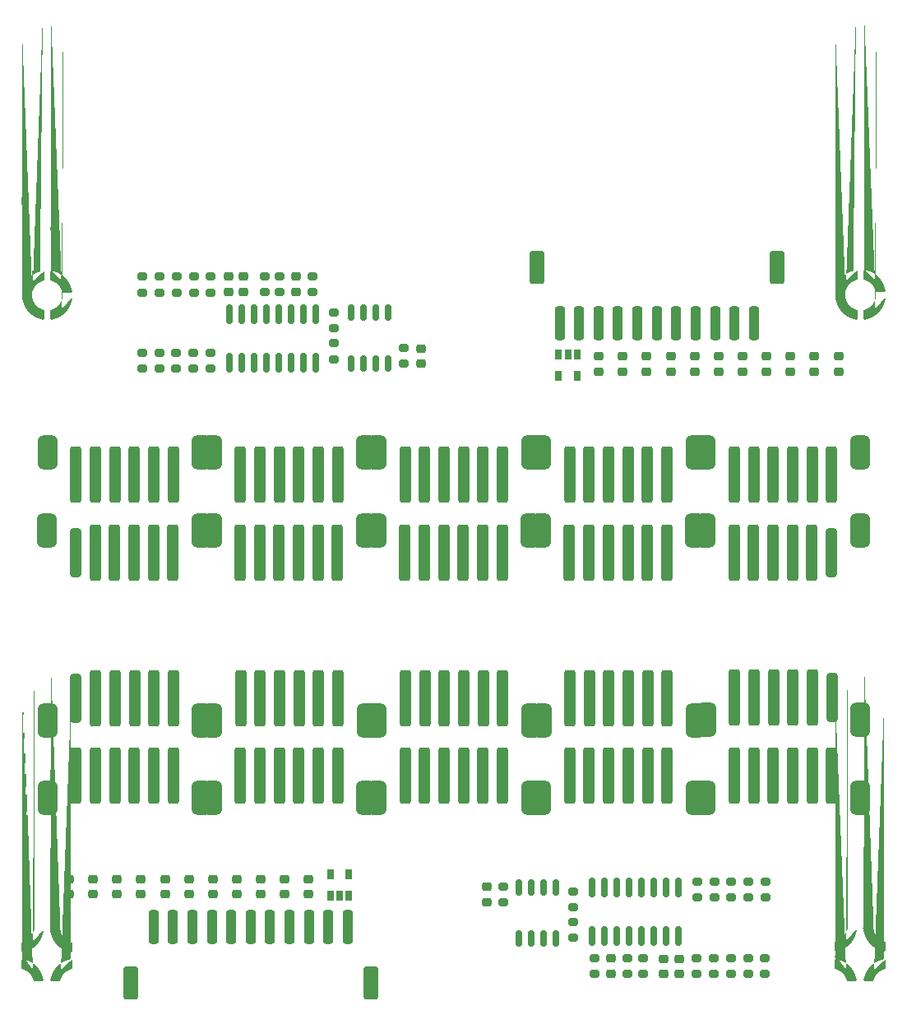
<source format=gtp>
%TF.GenerationSoftware,KiCad,Pcbnew,(6.0.0-rc1-392-g84e0feeee6)*%
%TF.CreationDate,2021-12-27T23:55:29+07:00*%
%TF.ProjectId,Ambino Fan HUB CH552G_Pannelize,416d6269-6e6f-4204-9661-6e2048554220,rev?*%
%TF.SameCoordinates,Original*%
%TF.FileFunction,Paste,Top*%
%TF.FilePolarity,Positive*%
%FSLAX46Y46*%
G04 Gerber Fmt 4.6, Leading zero omitted, Abs format (unit mm)*
G04 Created by KiCad (PCBNEW (6.0.0-rc1-392-g84e0feeee6)) date 2021-12-27 23:55:29*
%MOMM*%
%LPD*%
G01*
G04 APERTURE LIST*
G04 Aperture macros list*
%AMRoundRect*
0 Rectangle with rounded corners*
0 $1 Rounding radius*
0 $2 $3 $4 $5 $6 $7 $8 $9 X,Y pos of 4 corners*
0 Add a 4 corners polygon primitive as box body*
4,1,4,$2,$3,$4,$5,$6,$7,$8,$9,$2,$3,0*
0 Add four circle primitives for the rounded corners*
1,1,$1+$1,$2,$3*
1,1,$1+$1,$4,$5*
1,1,$1+$1,$6,$7*
1,1,$1+$1,$8,$9*
0 Add four rect primitives between the rounded corners*
20,1,$1+$1,$2,$3,$4,$5,0*
20,1,$1+$1,$4,$5,$6,$7,0*
20,1,$1+$1,$6,$7,$8,$9,0*
20,1,$1+$1,$8,$9,$2,$3,0*%
%AMFreePoly0*
4,1,54,0.996709,1.145777,1.020112,1.141920,1.025561,1.136402,1.032936,1.134006,1.046875,1.114820,1.063540,1.097946,1.064705,1.090279,1.069263,1.084006,1.069263,1.060289,1.072826,1.036844,1.072824,1.036841,1.010242,0.756312,0.916605,0.484564,0.793096,0.225025,0.641271,-0.019033,0.463044,-0.244533,0.260663,-0.448632,0.036677,-0.628758,-0.206089,-0.782640,-0.464575,-0.908338,
-0.735523,-1.004267,-1.015516,-1.069219,-1.021050,-1.068426,-1.022202,-1.069263,-1.084006,-1.069263,-1.134006,-1.032936,-1.153104,-0.974157,-1.153104,-0.147677,-1.134006,-0.088898,-1.084006,-0.052571,-1.074991,-0.052571,-1.068409,-0.048399,-1.059129,-0.048988,-0.869394,0.013469,-0.681766,0.104658,-0.508048,0.220165,-0.351373,0.357907,-0.214567,0.515398,-0.100095,0.689800,-0.010023,0.877967,
0.051304,1.068070,0.050660,1.077346,0.052571,1.080401,0.052571,1.084006,0.068802,1.106346,0.083438,1.129742,0.086779,1.131090,0.088898,1.134006,0.115154,1.142537,0.140753,1.152864,0.144249,1.151990,0.147677,1.153104,0.974157,1.153104,0.996709,1.145777,0.996709,1.145777,$1*%
%AMFreePoly1*
4,1,54,1.134006,1.032936,1.153104,0.974157,1.153104,0.147677,1.134006,0.088898,1.084006,0.052571,1.074991,0.052571,1.068409,0.048399,1.059129,0.048988,0.869394,-0.013469,0.681766,-0.104658,0.508048,-0.220165,0.351373,-0.357907,0.214567,-0.515398,0.100095,-0.689800,0.010023,-0.877967,-0.051304,-1.068070,-0.050660,-1.077346,-0.052571,-1.080401,-0.052571,-1.084006,-0.068802,-1.106346,
-0.083438,-1.129742,-0.086779,-1.131090,-0.088898,-1.134006,-0.115154,-1.142537,-0.140753,-1.152864,-0.144249,-1.151990,-0.147677,-1.153104,-0.974157,-1.153104,-0.996709,-1.145777,-1.020112,-1.141920,-1.025561,-1.136402,-1.032936,-1.134006,-1.046875,-1.114820,-1.063540,-1.097946,-1.064705,-1.090279,-1.069263,-1.084006,-1.069263,-1.060289,-1.072826,-1.036844,-1.072824,-1.036841,-1.010242,-0.756312,
-0.916605,-0.484564,-0.793096,-0.225025,-0.641271,0.019033,-0.463044,0.244533,-0.260663,0.448632,-0.036677,0.628758,0.206089,0.782640,0.464575,0.908338,0.735523,1.004267,1.015516,1.069219,1.021050,1.068426,1.022202,1.069263,1.084006,1.069263,1.134006,1.032936,1.134006,1.032936,$1*%
%AMFreePoly2*
4,1,54,-1.036841,1.072824,-0.756312,1.010242,-0.484564,0.916605,-0.225025,0.793096,0.019033,0.641271,0.244533,0.463044,0.448632,0.260663,0.628758,0.036677,0.782640,-0.206089,0.908338,-0.464575,1.004267,-0.735523,1.069219,-1.015516,1.068426,-1.021050,1.069263,-1.022202,1.069263,-1.084006,1.032936,-1.134006,0.974157,-1.153104,0.147677,-1.153104,0.088898,-1.134006,0.052571,-1.084006,
0.052571,-1.074991,0.048399,-1.068409,0.048988,-1.059129,-0.013469,-0.869394,-0.104658,-0.681766,-0.220165,-0.508048,-0.357907,-0.351373,-0.515398,-0.214567,-0.689800,-0.100095,-0.877967,-0.010023,-1.068070,0.051304,-1.077346,0.050660,-1.080401,0.052571,-1.084006,0.052571,-1.106346,0.068802,-1.129742,0.083438,-1.131090,0.086779,-1.134006,0.088898,-1.142537,0.115154,-1.152864,0.140753,
-1.151990,0.144249,-1.153104,0.147677,-1.153104,0.974157,-1.145777,0.996709,-1.141920,1.020112,-1.136402,1.025561,-1.134006,1.032936,-1.114820,1.046875,-1.097946,1.063540,-1.090279,1.064705,-1.084006,1.069263,-1.060289,1.069263,-1.036844,1.072826,-1.036841,1.072824,-1.036841,1.072824,$1*%
%AMFreePoly3*
4,1,54,-0.088898,1.134006,-0.052571,1.084006,-0.052571,1.074991,-0.048399,1.068409,-0.048988,1.059129,0.013469,0.869394,0.104658,0.681766,0.220165,0.508048,0.357907,0.351373,0.515398,0.214567,0.689800,0.100095,0.877967,0.010023,1.068070,-0.051304,1.077346,-0.050660,1.080401,-0.052571,1.084006,-0.052571,1.106346,-0.068802,1.129742,-0.083438,1.131090,-0.086779,1.134006,-0.088898,
1.142537,-0.115154,1.152864,-0.140753,1.151990,-0.144249,1.153104,-0.147677,1.153104,-0.974157,1.145777,-0.996709,1.141920,-1.020112,1.136402,-1.025561,1.134006,-1.032936,1.114820,-1.046875,1.097946,-1.063540,1.090279,-1.064705,1.084006,-1.069263,1.060289,-1.069263,1.036844,-1.072826,1.036841,-1.072824,0.756312,-1.010242,0.484564,-0.916605,0.225025,-0.793096,-0.019033,-0.641271,
-0.244533,-0.463044,-0.448632,-0.260663,-0.628758,-0.036677,-0.782640,0.206089,-0.908338,0.464575,-1.004267,0.735523,-1.069219,1.015516,-1.068426,1.021050,-1.069263,1.022202,-1.069263,1.084006,-1.032936,1.134006,-0.974157,1.153104,-0.147677,1.153104,-0.088898,1.134006,-0.088898,1.134006,$1*%
%AMFreePoly4*
4,1,53,1.134006,1.032936,1.153104,0.974157,1.153104,0.147677,1.134006,0.088898,1.084006,0.052571,1.074991,0.052571,1.068409,0.048399,1.059129,0.048988,0.869394,-0.013469,0.681766,-0.104658,0.508048,-0.220165,0.351373,-0.357907,0.214567,-0.515398,0.100095,-0.689800,0.010023,-0.877967,-0.051304,-1.068070,-0.050660,-1.077346,-0.052571,-1.080401,-0.052571,-1.084006,-0.068802,-1.106346,
-0.083438,-1.129742,-0.086779,-1.131090,-0.088898,-1.134006,-0.115154,-1.142537,-0.140753,-1.152864,-0.144249,-1.151990,-0.147677,-1.153104,-0.974157,-1.153104,-0.996709,-1.145777,-1.020112,-1.141920,-1.025561,-1.136402,-1.032936,-1.134006,-1.046875,-1.114820,-1.063540,-1.097946,-1.064705,-1.090279,-1.069263,-1.084006,-1.069263,-1.060289,-1.072826,-1.036844,-1.010242,-0.756312,-0.916606,-0.484564,
-0.793097,-0.225025,-0.641272,0.019033,-0.463046,0.244533,-0.260664,0.448632,-0.036678,0.628758,0.206088,0.782640,0.464573,0.908338,0.735521,1.004267,1.015514,1.069219,1.021049,1.068426,1.022202,1.069263,1.084006,1.069263,1.134006,1.032936,1.134006,1.032936,$1*%
%AMFreePoly5*
4,1,53,0.996709,1.145777,1.020112,1.141920,1.025561,1.136402,1.032936,1.134006,1.046875,1.114820,1.063540,1.097946,1.064705,1.090279,1.069263,1.084006,1.069263,1.060289,1.072826,1.036844,1.010242,0.756312,0.916606,0.484564,0.793097,0.225025,0.641272,-0.019033,0.463046,-0.244533,0.260664,-0.448632,0.036678,-0.628758,-0.206088,-0.782640,-0.464573,-0.908338,-0.735521,-1.004267,
-1.015514,-1.069219,-1.021049,-1.068426,-1.022202,-1.069263,-1.084006,-1.069263,-1.134006,-1.032936,-1.153104,-0.974157,-1.153104,-0.147677,-1.134006,-0.088898,-1.084006,-0.052571,-1.074991,-0.052571,-1.068409,-0.048399,-1.059129,-0.048988,-0.869394,0.013469,-0.681766,0.104658,-0.508048,0.220165,-0.351373,0.357907,-0.214567,0.515398,-0.100095,0.689800,-0.010023,0.877967,0.051304,1.068070,
0.050660,1.077346,0.052571,1.080401,0.052571,1.084006,0.068802,1.106346,0.083438,1.129742,0.086779,1.131090,0.088898,1.134006,0.115154,1.142537,0.140753,1.152864,0.144249,1.151990,0.147677,1.153104,0.974157,1.153104,0.996709,1.145777,0.996709,1.145777,$1*%
%AMFreePoly6*
4,1,53,-0.088898,1.134006,-0.052571,1.084006,-0.052571,1.074991,-0.048399,1.068409,-0.048988,1.059129,0.013469,0.869394,0.104658,0.681766,0.220165,0.508048,0.357907,0.351373,0.515398,0.214567,0.689800,0.100095,0.877967,0.010023,1.068070,-0.051304,1.077346,-0.050660,1.080401,-0.052571,1.084006,-0.052571,1.106346,-0.068802,1.129742,-0.083438,1.131090,-0.086779,1.134006,-0.088898,
1.142537,-0.115154,1.152864,-0.140753,1.151990,-0.144249,1.153104,-0.147677,1.153104,-0.974157,1.145777,-0.996709,1.141920,-1.020112,1.136402,-1.025561,1.134006,-1.032936,1.114820,-1.046875,1.097946,-1.063540,1.090279,-1.064705,1.084006,-1.069263,1.060289,-1.069263,1.036844,-1.072826,0.756312,-1.010242,0.484564,-0.916606,0.225025,-0.793097,-0.019033,-0.641272,-0.244533,-0.463046,
-0.448632,-0.260664,-0.628758,-0.036678,-0.782640,0.206088,-0.908338,0.464573,-1.004267,0.735521,-1.069219,1.015514,-1.068426,1.021049,-1.069263,1.022202,-1.069263,1.084006,-1.032936,1.134006,-0.974157,1.153104,-0.147677,1.153104,-0.088898,1.134006,-0.088898,1.134006,$1*%
%AMFreePoly7*
4,1,53,-0.756312,1.010242,-0.484564,0.916606,-0.225025,0.793097,0.019033,0.641272,0.244533,0.463046,0.448632,0.260664,0.628758,0.036678,0.782640,-0.206088,0.908338,-0.464573,1.004267,-0.735521,1.069219,-1.015514,1.068426,-1.021049,1.069263,-1.022202,1.069263,-1.084006,1.032936,-1.134006,0.974157,-1.153104,0.147677,-1.153104,0.088898,-1.134006,0.052571,-1.084006,0.052571,-1.074991,
0.048399,-1.068409,0.048988,-1.059129,-0.013469,-0.869394,-0.104658,-0.681766,-0.220165,-0.508048,-0.357907,-0.351373,-0.515398,-0.214567,-0.689800,-0.100095,-0.877967,-0.010023,-1.068070,0.051304,-1.077346,0.050660,-1.080401,0.052571,-1.084006,0.052571,-1.106346,0.068802,-1.129742,0.083438,-1.131090,0.086779,-1.134006,0.088898,-1.142537,0.115154,-1.152864,0.140753,-1.151990,0.144249,
-1.153104,0.147677,-1.153104,0.974157,-1.145777,0.996709,-1.141920,1.020112,-1.136402,1.025561,-1.134006,1.032936,-1.114820,1.046875,-1.097946,1.063540,-1.090279,1.064705,-1.084006,1.069263,-1.060289,1.069263,-1.036844,1.072826,-0.756312,1.010242,-0.756312,1.010242,$1*%
G04 Aperture macros list end*
%ADD10RoundRect,0.300000X-0.300000X2.600000X-0.300000X-2.600000X0.300000X-2.600000X0.300000X2.600000X0*%
%ADD11RoundRect,0.300000X-0.300000X2.200000X-0.300000X-2.200000X0.300000X-2.200000X0.300000X2.200000X0*%
%ADD12RoundRect,0.500000X-0.500000X1.250000X-0.500000X-1.250000X0.500000X-1.250000X0.500000X1.250000X0*%
%ADD13FreePoly0,0.000000*%
%ADD14FreePoly1,0.000000*%
%ADD15FreePoly2,0.000000*%
%ADD16FreePoly3,0.000000*%
%ADD17RoundRect,0.218750X-0.256250X0.218750X-0.256250X-0.218750X0.256250X-0.218750X0.256250X0.218750X0*%
%ADD18RoundRect,0.225000X0.250000X-0.225000X0.250000X0.225000X-0.250000X0.225000X-0.250000X-0.225000X0*%
%ADD19RoundRect,0.150000X-0.150000X0.675000X-0.150000X-0.675000X0.150000X-0.675000X0.150000X0.675000X0*%
%ADD20RoundRect,0.200000X0.275000X-0.200000X0.275000X0.200000X-0.275000X0.200000X-0.275000X-0.200000X0*%
%ADD21RoundRect,0.250000X0.250000X1.500000X-0.250000X1.500000X-0.250000X-1.500000X0.250000X-1.500000X0*%
%ADD22RoundRect,0.250001X0.499999X1.449999X-0.499999X1.449999X-0.499999X-1.449999X0.499999X-1.449999X0*%
%ADD23RoundRect,0.218750X0.256250X-0.218750X0.256250X0.218750X-0.256250X0.218750X-0.256250X-0.218750X0*%
%ADD24RoundRect,0.200000X-0.275000X0.200000X-0.275000X-0.200000X0.275000X-0.200000X0.275000X0.200000X0*%
%ADD25RoundRect,0.250000X-0.250000X-1.500000X0.250000X-1.500000X0.250000X1.500000X-0.250000X1.500000X0*%
%ADD26RoundRect,0.250001X-0.499999X-1.449999X0.499999X-1.449999X0.499999X1.449999X-0.499999X1.449999X0*%
%ADD27RoundRect,0.150000X0.150000X-0.850000X0.150000X0.850000X-0.150000X0.850000X-0.150000X-0.850000X0*%
%ADD28RoundRect,0.150000X0.150000X-0.675000X0.150000X0.675000X-0.150000X0.675000X-0.150000X-0.675000X0*%
%ADD29R,0.650000X1.060000*%
%ADD30RoundRect,0.300000X0.300000X-2.600000X0.300000X2.600000X-0.300000X2.600000X-0.300000X-2.600000X0*%
%ADD31RoundRect,0.500000X0.500000X-1.250000X0.500000X1.250000X-0.500000X1.250000X-0.500000X-1.250000X0*%
%ADD32RoundRect,0.300000X0.300000X-2.200000X0.300000X2.200000X-0.300000X2.200000X-0.300000X-2.200000X0*%
%ADD33RoundRect,0.225000X-0.250000X0.225000X-0.250000X-0.225000X0.250000X-0.225000X0.250000X0.225000X0*%
%ADD34RoundRect,0.150000X-0.150000X0.850000X-0.150000X-0.850000X0.150000X-0.850000X0.150000X0.850000X0*%
%ADD35FreePoly4,180.000000*%
%ADD36FreePoly5,180.000000*%
%ADD37FreePoly6,180.000000*%
%ADD38FreePoly7,180.000000*%
G04 APERTURE END LIST*
D10*
%TO.C,J5*%
X162793750Y-83860000D03*
X164798750Y-83860000D03*
X166803750Y-83860000D03*
X168808750Y-83860000D03*
X170813750Y-83860000D03*
D11*
X172818750Y-83860000D03*
D12*
X159868750Y-81560000D03*
X175743750Y-81560000D03*
%TD*%
D10*
%TO.C,J6*%
X145843750Y-83860000D03*
X147848750Y-83860000D03*
X149853750Y-83860000D03*
X151858750Y-83860000D03*
X153863750Y-83860000D03*
X155868750Y-83860000D03*
D12*
X142918750Y-81560000D03*
X158793750Y-81560000D03*
%TD*%
D10*
%TO.C,J7*%
X128893750Y-83860000D03*
X130898750Y-83860000D03*
X132903750Y-83860000D03*
X134908750Y-83860000D03*
X136913750Y-83860000D03*
X138918750Y-83860000D03*
D12*
X141843750Y-81560000D03*
X125968750Y-81560000D03*
%TD*%
D10*
%TO.C,J8*%
X111943750Y-83860000D03*
X113948750Y-83860000D03*
X115953750Y-83860000D03*
X117958750Y-83860000D03*
X119963750Y-83860000D03*
X121968750Y-83860000D03*
D12*
X109018750Y-81560000D03*
X124893750Y-81560000D03*
%TD*%
D11*
%TO.C,J9*%
X94993750Y-83885000D03*
D10*
X96998750Y-83885000D03*
X99003750Y-83885000D03*
X101008750Y-83885000D03*
X103013750Y-83885000D03*
X105018750Y-83885000D03*
D12*
X92068750Y-81585000D03*
X107943750Y-81585000D03*
%TD*%
D10*
%TO.C,J10*%
X95018750Y-75860000D03*
X97023750Y-75860000D03*
X99028750Y-75860000D03*
X101033750Y-75860000D03*
X103038750Y-75860000D03*
X105043750Y-75860000D03*
D12*
X107968750Y-73560000D03*
X92093750Y-73560000D03*
%TD*%
D10*
%TO.C,J11*%
X111968750Y-75860000D03*
X113973750Y-75860000D03*
X115978750Y-75860000D03*
X117983750Y-75860000D03*
X119988750Y-75860000D03*
X121993750Y-75860000D03*
D12*
X109043750Y-73560000D03*
X124918750Y-73560000D03*
%TD*%
D10*
%TO.C,J12*%
X128918750Y-75860000D03*
X130923750Y-75860000D03*
X132928750Y-75860000D03*
X134933750Y-75860000D03*
X136938750Y-75860000D03*
X138943750Y-75860000D03*
D12*
X125993750Y-73560000D03*
X141868750Y-73560000D03*
%TD*%
D10*
%TO.C,J13*%
X145868750Y-75860000D03*
X147873750Y-75860000D03*
X149878750Y-75860000D03*
X151883750Y-75860000D03*
X153888750Y-75860000D03*
X155893750Y-75860000D03*
D12*
X142943750Y-73560000D03*
X158818750Y-73560000D03*
%TD*%
D10*
%TO.C,J14*%
X162818750Y-75860000D03*
X164823750Y-75860000D03*
X166828750Y-75860000D03*
X168833750Y-75860000D03*
X170838750Y-75860000D03*
X172843750Y-75860000D03*
D12*
X175768750Y-73560000D03*
X159893750Y-73560000D03*
%TD*%
D13*
%TO.C,H22*%
X177271854Y-58788104D03*
D14*
X174365646Y-55881896D03*
D15*
X177271854Y-55881896D03*
D16*
X174365646Y-58788104D03*
%TD*%
D14*
%TO.C,H23*%
X90640646Y-55906896D03*
D13*
X93546854Y-58813104D03*
D16*
X90640646Y-58813104D03*
D15*
X93546854Y-55906896D03*
%TD*%
D17*
%TO.C,F11*%
X148858750Y-63640000D03*
X148858750Y-65215000D03*
%TD*%
D18*
%TO.C,C7*%
X112283750Y-57015000D03*
X112283750Y-55465000D03*
%TD*%
D19*
%TO.C,Q1*%
X123393750Y-59125000D03*
X125933750Y-59125000D03*
X127203750Y-59125000D03*
X124663750Y-59125000D03*
X124663750Y-64375000D03*
X125933750Y-64375000D03*
X127203750Y-64375000D03*
X123393750Y-64375000D03*
%TD*%
D20*
%TO.C,R1*%
X121628750Y-60795000D03*
X121628750Y-59145000D03*
%TD*%
D21*
%TO.C,J1*%
X164838750Y-60250000D03*
X162838750Y-60250000D03*
X160838750Y-60250000D03*
X158838750Y-60250000D03*
X156838750Y-60250000D03*
X154838750Y-60250000D03*
X152838750Y-60250000D03*
X150838750Y-60250000D03*
X148838750Y-60250000D03*
X146838750Y-60250000D03*
X144838750Y-60250000D03*
D22*
X142488750Y-54500000D03*
X167188750Y-54500000D03*
%TD*%
D23*
%TO.C,F3*%
X166136304Y-65215000D03*
X166136304Y-63640000D03*
%TD*%
%TO.C,F9*%
X158731638Y-65215000D03*
X158731638Y-63640000D03*
%TD*%
%TO.C,F2*%
X168604526Y-65215000D03*
X168604526Y-63640000D03*
%TD*%
%TO.C,F8*%
X156263416Y-65215000D03*
X156263416Y-63640000D03*
%TD*%
%TO.C,F4*%
X163668082Y-65215000D03*
X163668082Y-63640000D03*
%TD*%
%TO.C,F6*%
X151326972Y-65215000D03*
X151326972Y-63640000D03*
%TD*%
%TO.C,F7*%
X153795194Y-65215000D03*
X153795194Y-63640000D03*
%TD*%
%TO.C,F10*%
X171072748Y-65215000D03*
X171072748Y-63640000D03*
%TD*%
%TO.C,F1*%
X173540974Y-65215000D03*
X173540974Y-63640000D03*
%TD*%
%TO.C,F5*%
X161199860Y-65215000D03*
X161199860Y-63640000D03*
%TD*%
D24*
%TO.C,R9*%
X103601500Y-63295000D03*
X103601500Y-64945000D03*
%TD*%
D20*
%TO.C,R7*%
X105398750Y-57105000D03*
X105398750Y-55455000D03*
%TD*%
%TO.C,R11*%
X103633750Y-57105000D03*
X103633750Y-55455000D03*
%TD*%
D24*
%TO.C,R13*%
X101845750Y-63295000D03*
X101845750Y-64945000D03*
%TD*%
D20*
%TO.C,R15*%
X101868750Y-57105000D03*
X101868750Y-55455000D03*
%TD*%
D17*
%TO.C,D3*%
X117708750Y-55472500D03*
X117708750Y-57047500D03*
%TD*%
%TO.C,D4*%
X130548750Y-62847500D03*
X130548750Y-64422500D03*
%TD*%
D24*
%TO.C,R21*%
X128828750Y-62790000D03*
X128828750Y-64440000D03*
%TD*%
D18*
%TO.C,C6*%
X110733750Y-57015000D03*
X110733750Y-55465000D03*
%TD*%
D20*
%TO.C,R20*%
X119418750Y-57075000D03*
X119418750Y-55425000D03*
%TD*%
D24*
%TO.C,R8*%
X105357250Y-63295000D03*
X105357250Y-64945000D03*
%TD*%
D20*
%TO.C,R14*%
X108928750Y-57105000D03*
X108928750Y-55455000D03*
%TD*%
D24*
%TO.C,R16*%
X108868750Y-63295000D03*
X108868750Y-64945000D03*
%TD*%
D20*
%TO.C,R10*%
X107163750Y-57105000D03*
X107163750Y-55455000D03*
%TD*%
D24*
%TO.C,R12*%
X107113000Y-63295000D03*
X107113000Y-64945000D03*
%TD*%
D23*
%TO.C,D3*%
X150155680Y-127213500D03*
X150155680Y-125638500D03*
%TD*%
D17*
%TO.C,F4*%
X104196348Y-117471000D03*
X104196348Y-119046000D03*
%TD*%
D24*
%TO.C,R15*%
X165995680Y-125581000D03*
X165995680Y-127231000D03*
%TD*%
D20*
%TO.C,R12*%
X160751430Y-119391000D03*
X160751430Y-117741000D03*
%TD*%
D24*
%TO.C,R20*%
X148445680Y-125611000D03*
X148445680Y-127261000D03*
%TD*%
D17*
%TO.C,F5*%
X106664570Y-117471000D03*
X106664570Y-119046000D03*
%TD*%
D20*
%TO.C,R2*%
X146235680Y-120381000D03*
X146235680Y-118731000D03*
%TD*%
D25*
%TO.C,J1*%
X103025680Y-122436000D03*
X105025680Y-122436000D03*
X107025680Y-122436000D03*
X109025680Y-122436000D03*
X111025680Y-122436000D03*
X113025680Y-122436000D03*
X115025680Y-122436000D03*
X117025680Y-122436000D03*
X119025680Y-122436000D03*
X121025680Y-122436000D03*
X123025680Y-122436000D03*
D26*
X125375680Y-128186000D03*
X100675680Y-128186000D03*
%TD*%
D27*
%TO.C,U1*%
X110808750Y-64360000D03*
X112078750Y-64360000D03*
X113348750Y-64360000D03*
X114618750Y-64360000D03*
X115888750Y-64360000D03*
X117158750Y-64360000D03*
X118428750Y-64360000D03*
X119698750Y-64360000D03*
X119698750Y-59360000D03*
X118428750Y-59360000D03*
X117158750Y-59360000D03*
X115888750Y-59360000D03*
X114618750Y-59360000D03*
X113348750Y-59360000D03*
X112078750Y-59360000D03*
X110808750Y-59360000D03*
%TD*%
D23*
%TO.C,F11*%
X119005680Y-119046000D03*
X119005680Y-117471000D03*
%TD*%
D17*
%TO.C,F9*%
X109132792Y-117471000D03*
X109132792Y-119046000D03*
%TD*%
D28*
%TO.C,Q1*%
X144470680Y-123561000D03*
X141930680Y-123561000D03*
X140660680Y-123561000D03*
X143200680Y-123561000D03*
X143200680Y-118311000D03*
X141930680Y-118311000D03*
X140660680Y-118311000D03*
X144470680Y-118311000D03*
%TD*%
D17*
%TO.C,F10*%
X96791682Y-117471000D03*
X96791682Y-119046000D03*
%TD*%
D29*
%TO.C,U2*%
X146638750Y-65700000D03*
X144738750Y-65700000D03*
X144738750Y-63500000D03*
X145688750Y-63500000D03*
X146638750Y-63500000D03*
%TD*%
D24*
%TO.C,R11*%
X164230680Y-125581000D03*
X164230680Y-127231000D03*
%TD*%
D30*
%TO.C,J7*%
X138970680Y-98826000D03*
X136965680Y-98826000D03*
X134960680Y-98826000D03*
X132955680Y-98826000D03*
X130950680Y-98826000D03*
X128945680Y-98826000D03*
D31*
X126020680Y-101126000D03*
X141895680Y-101126000D03*
%TD*%
D32*
%TO.C,J9*%
X172870680Y-98801000D03*
D30*
X170865680Y-98801000D03*
X168860680Y-98801000D03*
X166855680Y-98801000D03*
X164850680Y-98801000D03*
X162845680Y-98801000D03*
D31*
X175795680Y-101101000D03*
X159920680Y-101101000D03*
%TD*%
D17*
%TO.C,F2*%
X99259904Y-117471000D03*
X99259904Y-119046000D03*
%TD*%
D30*
%TO.C,J11*%
X155895680Y-106826000D03*
X153890680Y-106826000D03*
X151885680Y-106826000D03*
X149880680Y-106826000D03*
X147875680Y-106826000D03*
X145870680Y-106826000D03*
D31*
X158820680Y-109126000D03*
X142945680Y-109126000D03*
%TD*%
D30*
%TO.C,J14*%
X105045680Y-106826000D03*
X103040680Y-106826000D03*
X101035680Y-106826000D03*
X99030680Y-106826000D03*
X97025680Y-106826000D03*
X95020680Y-106826000D03*
D31*
X92095680Y-109126000D03*
X107970680Y-109126000D03*
%TD*%
D24*
%TO.C,R1*%
X146235680Y-121891000D03*
X146235680Y-123541000D03*
%TD*%
D20*
%TO.C,R9*%
X164262930Y-119391000D03*
X164262930Y-117741000D03*
%TD*%
D30*
%TO.C,J10*%
X172845680Y-106826000D03*
X170840680Y-106826000D03*
X168835680Y-106826000D03*
X166830680Y-106826000D03*
X164825680Y-106826000D03*
X162820680Y-106826000D03*
D31*
X159895680Y-109126000D03*
X175770680Y-109126000D03*
%TD*%
D33*
%TO.C,C7*%
X155580680Y-125671000D03*
X155580680Y-127221000D03*
%TD*%
D29*
%TO.C,U2*%
X121225680Y-119186000D03*
X122175680Y-119186000D03*
X123125680Y-119186000D03*
X123125680Y-116986000D03*
X121225680Y-116986000D03*
%TD*%
D24*
%TO.C,R18*%
X116041750Y-55435000D03*
X116041750Y-57085000D03*
%TD*%
D34*
%TO.C,U1*%
X157055680Y-118326000D03*
X155785680Y-118326000D03*
X154515680Y-118326000D03*
X153245680Y-118326000D03*
X151975680Y-118326000D03*
X150705680Y-118326000D03*
X149435680Y-118326000D03*
X148165680Y-118326000D03*
X148165680Y-123326000D03*
X149435680Y-123326000D03*
X150705680Y-123326000D03*
X151975680Y-123326000D03*
X153245680Y-123326000D03*
X154515680Y-123326000D03*
X155785680Y-123326000D03*
X157055680Y-123326000D03*
%TD*%
D17*
%TO.C,F3*%
X101728126Y-117471000D03*
X101728126Y-119046000D03*
%TD*%
%TO.C,F8*%
X111601014Y-117471000D03*
X111601014Y-119046000D03*
%TD*%
D24*
%TO.C,R7*%
X162465680Y-125581000D03*
X162465680Y-127231000D03*
%TD*%
D17*
%TO.C,F1*%
X94323456Y-117471000D03*
X94323456Y-119046000D03*
%TD*%
D30*
%TO.C,J12*%
X138945680Y-106826000D03*
X136940680Y-106826000D03*
X134935680Y-106826000D03*
X132930680Y-106826000D03*
X130925680Y-106826000D03*
X128920680Y-106826000D03*
D31*
X141870680Y-109126000D03*
X125995680Y-109126000D03*
%TD*%
D30*
%TO.C,J5*%
X105070680Y-98826000D03*
X103065680Y-98826000D03*
X101060680Y-98826000D03*
X99055680Y-98826000D03*
X97050680Y-98826000D03*
D32*
X95045680Y-98826000D03*
D31*
X107995680Y-101126000D03*
X92120680Y-101126000D03*
%TD*%
D17*
%TO.C,F7*%
X114069236Y-117471000D03*
X114069236Y-119046000D03*
%TD*%
D35*
%TO.C,H23*%
X177223784Y-126779104D03*
D36*
X174317576Y-123872896D03*
D37*
X177223784Y-123872896D03*
D38*
X174317576Y-126779104D03*
%TD*%
D30*
%TO.C,J8*%
X155920680Y-98826000D03*
X153915680Y-98826000D03*
X151910680Y-98826000D03*
X149905680Y-98826000D03*
X147900680Y-98826000D03*
X145895680Y-98826000D03*
D31*
X158845680Y-101126000D03*
X142970680Y-101126000D03*
%TD*%
D20*
%TO.C,R17*%
X153412680Y-127261000D03*
X153412680Y-125611000D03*
%TD*%
%TO.C,R13*%
X166018680Y-119391000D03*
X166018680Y-117741000D03*
%TD*%
D24*
%TO.C,R17*%
X114451750Y-55425000D03*
X114451750Y-57075000D03*
%TD*%
D17*
%TO.C,F6*%
X116537458Y-117471000D03*
X116537458Y-119046000D03*
%TD*%
D20*
%TO.C,R21*%
X139035680Y-119896000D03*
X139035680Y-118246000D03*
%TD*%
D24*
%TO.C,R14*%
X158935680Y-125581000D03*
X158935680Y-127231000D03*
%TD*%
D23*
%TO.C,D4*%
X137315680Y-119838500D03*
X137315680Y-118263500D03*
%TD*%
D30*
%TO.C,J6*%
X122020680Y-98826000D03*
X120015680Y-98826000D03*
X118010680Y-98826000D03*
X116005680Y-98826000D03*
X114000680Y-98826000D03*
X111995680Y-98826000D03*
D31*
X124945680Y-101126000D03*
X109070680Y-101126000D03*
%TD*%
D33*
%TO.C,C6*%
X157130680Y-125671000D03*
X157130680Y-127221000D03*
%TD*%
D30*
%TO.C,J13*%
X121995680Y-106826000D03*
X119990680Y-106826000D03*
X117985680Y-106826000D03*
X115980680Y-106826000D03*
X113975680Y-106826000D03*
X111970680Y-106826000D03*
D31*
X124920680Y-109126000D03*
X109045680Y-109126000D03*
%TD*%
D24*
%TO.C,R2*%
X121628750Y-62305000D03*
X121628750Y-63955000D03*
%TD*%
D36*
%TO.C,H22*%
X90592576Y-123897896D03*
D35*
X93498784Y-126804104D03*
D38*
X90592576Y-126804104D03*
D37*
X93498784Y-123897896D03*
%TD*%
D20*
%TO.C,R18*%
X151822680Y-127251000D03*
X151822680Y-125601000D03*
%TD*%
D24*
%TO.C,R10*%
X160700680Y-125581000D03*
X160700680Y-127231000D03*
%TD*%
D20*
%TO.C,R16*%
X158995680Y-119391000D03*
X158995680Y-117741000D03*
%TD*%
%TO.C,R8*%
X162507180Y-119391000D03*
X162507180Y-117741000D03*
%TD*%
M02*

</source>
